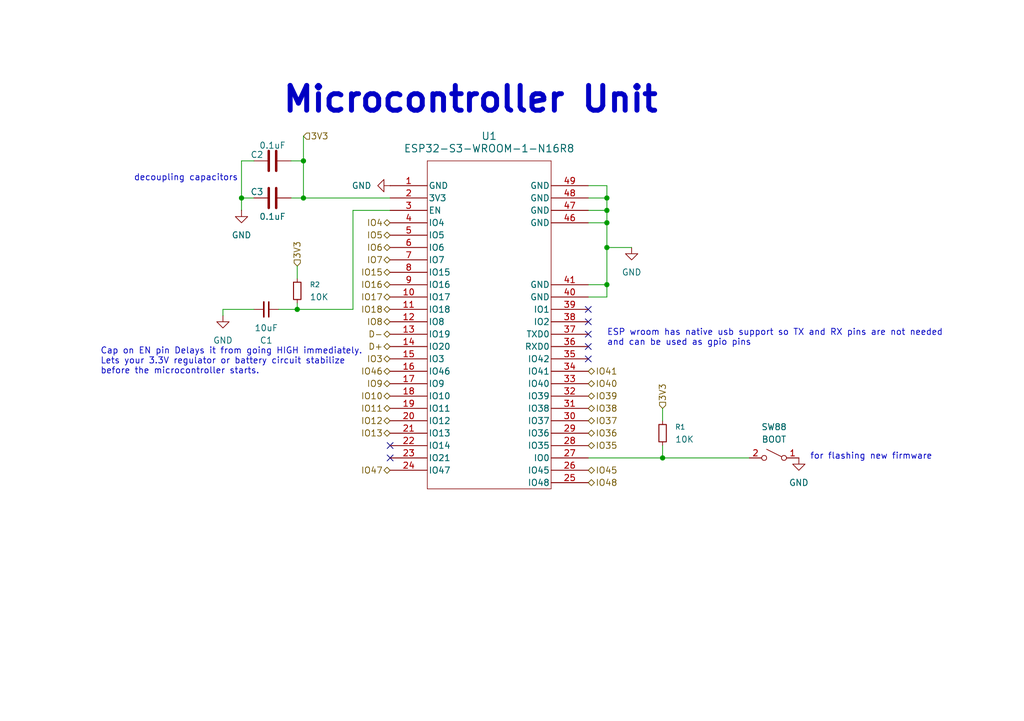
<source format=kicad_sch>
(kicad_sch (version 20250114) (generator "eeschema") (generator_version "9.0")
  (paper "A5")
  (title_block (title "Wireless Keyboard (ESP Wroom s3)"))
  (lib_symbols
    (symbol "Device:C" (pin_numbers (hide yes)) (pin_names (offset 0.254))
      (property "Reference" "C" (at 0.635 2.54 0))
      (property "Value" "C" (at 0.635 -2.54 0))
      (symbol "C_0_1"
        (polyline (pts (xy -2.032 0.762) (xy 2.032 0.762)) (stroke (width 0.508)))
        (polyline (pts (xy -2.032 -0.762) (xy 2.032 -0.762)) (stroke (width 0.508)))
      )
      (symbol "C_1_1"
        (pin passive line (at 0 3.81 270) (length 2.794) (name "~") (number "1"))
        (pin passive line (at 0 -3.81 90) (length 2.794) (name "~") (number "2"))
      )
    )
    (symbol "Device:C_Small" (pin_numbers (hide yes)) (pin_names (offset 0.254) (hide yes))
      (property "Reference" "C" (at 0.254 1.778 0))
      (property "Value" "C_Small" (at 0.254 -2.032 0))
      (symbol "C_Small_0_1"
        (polyline (pts (xy -1.524 0.508) (xy 1.524 0.508)) (stroke (width 0.3048)))
        (polyline (pts (xy -1.524 -0.508) (xy 1.524 -0.508)) (stroke (width 0.3302)))
      )
      (symbol "C_Small_1_1"
        (pin passive line (at 0 2.54 270) (length 2.032) (name "~") (number "1"))
        (pin passive line (at 0 -2.54 90) (length 2.032) (name "~") (number "2"))
      )
    )
    (symbol "Device:R_Small" (pin_numbers (hide yes)) (pin_names (offset 0.254) (hide yes))
      (property "Reference" "R" (at 0 0 90))
      (property "Value" "R_Small" (at 1.778 0 90))
      (symbol "R_Small_0_1"
        (rectangle (start -0.762 1.778) (end 0.762 -1.778) (stroke (width 0.2032)))
      )
      (symbol "R_Small_1_1"
        (pin passive line (at 0 2.54 270) (length 0.762) (name "~") (number "1"))
        (pin passive line (at 0 -2.54 90) (length 0.762) (name "~") (number "2"))
      )
    )
    (symbol "Switch:SW_SPST" (pin_names (offset 0) (hide yes))
      (property "Reference" "SW" (at 0 3.175 0))
      (property "Value" "SW_SPST" (at 0 -2.54 0))
      (symbol "SW_SPST_0_0"
        (circle (center -2.032 0) (radius 0.508))
        (polyline (pts (xy -1.524 0.254) (xy 1.524 1.778)))
        (circle (center 2.032 0) (radius 0.508))
      )
      (symbol "SW_SPST_1_1"
        (pin passive line (at -5.08 0 0) (length 2.54) (name "A") (number "1"))
        (pin passive line (at 5.08 0 180) (length 2.54) (name "B") (number "2"))
      )
    )
    (symbol "myLibrary:ESP32-S3-WROOM-1-N16R8" (pin_names (offset 0.254))
      (property "Reference" "U" (at 20.32 10.16 0))
      (property "Value" "ESP32-S3-WROOM-1-N16R8" (at 20.32 7.62 0))
      (symbol "ESP32-S3-WROOM-1-N16R8_0_1"
        (polyline (pts (xy 7.62 5.08) (xy 7.62 -62.23)) (stroke (width 0.127)))
        (polyline (pts (xy 7.62 -62.23) (xy 33.02 -62.23)) (stroke (width 0.127)))
        (polyline (pts (xy 33.02 5.08) (xy 7.62 5.08)) (stroke (width 0.127)))
        (polyline (pts (xy 33.02 -62.23) (xy 33.02 5.08)) (stroke (width 0.127)))
        (pin power_out line (at 0 0 0) (length 7.62) (name "GND") (number "1"))
        (pin power_in line (at 0 -2.54 0) (length 7.62) (name "3V3") (number "2"))
        (pin input line (at 0 -5.08 0) (length 7.62) (name "EN") (number "3"))
        (pin bidirectional line (at 0 -7.62 0) (length 7.62) (name "IO4") (number "4"))
        (pin bidirectional line (at 0 -10.16 0) (length 7.62) (name "IO5") (number "5"))
        (pin bidirectional line (at 0 -12.7 0) (length 7.62) (name "IO6") (number "6"))
        (pin bidirectional line (at 0 -15.24 0) (length 7.62) (name "IO7") (number "7"))
        (pin bidirectional line (at 0 -17.78 0) (length 7.62) (name "IO15") (number "8"))
        (pin bidirectional line (at 0 -20.32 0) (length 7.62) (name "IO16") (number "9"))
        (pin bidirectional line (at 0 -22.86 0) (length 7.62) (name "IO17") (number "10"))
        (pin bidirectional line (at 0 -25.4 0) (length 7.62) (name "IO18") (number "11"))
        (pin bidirectional line (at 0 -27.94 0) (length 7.62) (name "IO8") (number "12"))
        (pin bidirectional line (at 0 -30.48 0) (length 7.62) (name "IO19") (number "13"))
        (pin bidirectional line (at 0 -33.02 0) (length 7.62) (name "IO20") (number "14"))
        (pin bidirectional line (at 0 -35.56 0) (length 7.62) (name "IO3") (number "15"))
        (pin bidirectional line (at 0 -38.1 0) (length 7.62) (name "IO46") (number "16"))
        (pin bidirectional line (at 0 -40.64 0) (length 7.62) (name "IO9") (number "17"))
        (pin bidirectional line (at 0 -43.18 0) (length 7.62) (name "IO10") (number "18"))
        (pin bidirectional line (at 0 -45.72 0) (length 7.62) (name "IO11") (number "19"))
        (pin bidirectional line (at 0 -48.26 0) (length 7.62) (name "IO12") (number "20"))
        (pin bidirectional line (at 0 -50.8 0) (length 7.62) (name "IO13") (number "21"))
        (pin bidirectional line (at 0 -53.34 0) (length 7.62) (name "IO14") (number "22"))
        (pin bidirectional line (at 0 -55.88 0) (length 7.62) (name "IO21") (number "23"))
        (pin bidirectional line (at 0 -58.42 0) (length 7.62) (name "IO47") (number "24"))
        (pin power_out line (at 40.64 0 180) (length 7.62) (name "GND") (number "49"))
        (pin power_out line (at 40.64 -2.54 180) (length 7.62) (name "GND") (number "48"))
        (pin power_out line (at 40.64 -5.08 180) (length 7.62) (name "GND") (number "47"))
        (pin power_out line (at 40.64 -7.62 180) (length 7.62) (name "GND") (number "46"))
        (pin power_out line (at 40.64 -20.32 180) (length 7.62) (name "GND") (number "41"))
        (pin power_out line (at 40.64 -22.86 180) (length 7.62) (name "GND") (number "40"))
        (pin bidirectional line (at 40.64 -25.4 180) (length 7.62) (name "IO1") (number "39"))
        (pin bidirectional line (at 40.64 -27.94 180) (length 7.62) (name "IO2") (number "38"))
        (pin bidirectional line (at 40.64 -30.48 180) (length 7.62) (name "TXD0") (number "37"))
        (pin bidirectional line (at 40.64 -33.02 180) (length 7.62) (name "RXD0") (number "36"))
        (pin bidirectional line (at 40.64 -35.56 180) (length 7.62) (name "IO42") (number "35"))
        (pin bidirectional line (at 40.64 -38.1 180) (length 7.62) (name "IO41") (number "34"))
        (pin bidirectional line (at 40.64 -40.64 180) (length 7.62) (name "IO40") (number "33"))
        (pin bidirectional line (at 40.64 -43.18 180) (length 7.62) (name "IO39") (number "32"))
        (pin bidirectional line (at 40.64 -45.72 180) (length 7.62) (name "IO38") (number "31"))
        (pin bidirectional line (at 40.64 -48.26 180) (length 7.62) (name "IO37") (number "30"))
        (pin bidirectional line (at 40.64 -50.8 180) (length 7.62) (name "IO36") (number "29"))
        (pin bidirectional line (at 40.64 -53.34 180) (length 7.62) (name "IO35") (number "28"))
        (pin bidirectional line (at 40.64 -55.88 180) (length 7.62) (name "IO0") (number "27"))
        (pin bidirectional line (at 40.64 -58.42 180) (length 7.62) (name "IO45") (number "26"))
        (pin bidirectional line (at 40.64 -60.96 180) (length 7.62) (name "IO48") (number "25"))
      )
    )
    (symbol "power:GND" (power) (pin_numbers (hide yes)) (pin_names (offset 0) (hide yes))
      (property "Value" "GND" (at 0 -3.81 0))
      (symbol "GND_0_1"
        (polyline (pts (xy 0 0) (xy 0 -1.27) (xy 1.27 -1.27) (xy 0 -2.54) (xy -1.27 -1.27) (xy 0 -1.27)))
      )
      (symbol "GND_1_1"
        (pin power_in line (at 0 0 270) (length 0) (name "~") (number "1"))
      )
    )
  )
  (text "Cap on EN pin Delays it from going HIGH immediately.\nLets your 3.3V regulator or battery circuit stabilize \nbefore the microcontroller starts." (at 20.574 74.168 0) (effects (font (size 1.27 1.27)) (justify left)))
  (text "ESP wroom has native usb support so TX and RX pins are not needed \nand can be used as gpio pins" (at 124.46 69.342 0) (effects (font (size 1.27 1.27)) (justify left)))
  (text "for flashing new firmware" (at 166.116 93.726 0) (effects (font (size 1.27 1.27)) (justify left)))
  (text "decoupling capacitors" (at 27.432 36.576 0) (effects (font (size 1.27 1.27)) (justify left)))
  (text_box "Microcontroller Unit\n" (at 53.34 8.89 0) (size 86.36 22.86) (margins 0.9525 0.9525 0.9525 0.9525) (stroke (width -0.0001) (type dot)) (effects (font (size 5.08 5.08) (thickness 1.016) (bold yes))))
  (junction (at 135.89 93.98))
  (junction (at 124.46 45.72))
  (junction (at 124.46 40.64))
  (junction (at 49.53 40.64))
  (junction (at 62.23 40.64))
  (junction (at 124.46 58.42))
  (junction (at 62.23 33.02))
  (junction (at 60.96 63.5))
  (junction (at 124.46 43.18))
  (junction (at 124.46 50.8))
  (no_connect (at 120.65 66.04))
  (no_connect (at 120.65 71.12))
  (no_connect (at 120.65 63.5))
  (no_connect (at 80.01 91.44))
  (no_connect (at 120.65 68.58))
  (no_connect (at 120.65 73.66))
  (no_connect (at 80.01 93.98))
  (wire (pts (xy 60.96 63.5) (xy 60.96 62.23)))
  (wire (pts (xy 45.72 63.5) (xy 52.07 63.5)))
  (wire (pts (xy 135.89 93.98) (xy 153.67 93.98)))
  (wire (pts (xy 49.53 40.64) (xy 52.07 40.64)))
  (wire (pts (xy 124.46 45.72) (xy 124.46 50.8)))
  (wire (pts (xy 135.89 93.98) (xy 135.89 91.44)))
  (wire (pts (xy 124.46 40.64) (xy 124.46 43.18)))
  (wire (pts (xy 62.23 33.02) (xy 59.69 33.02)))
  (wire (pts (xy 120.65 58.42) (xy 124.46 58.42)))
  (wire (pts (xy 80.01 40.64) (xy 62.23 40.64)))
  (wire (pts (xy 49.53 43.18) (xy 49.53 40.64)))
  (wire (pts (xy 72.39 63.5) (xy 72.39 43.18)))
  (wire (pts (xy 49.53 33.02) (xy 49.53 40.64)))
  (wire (pts (xy 124.46 38.1) (xy 120.65 38.1)))
  (wire (pts (xy 135.89 83.82) (xy 135.89 86.36)))
  (wire (pts (xy 124.46 43.18) (xy 120.65 43.18)))
  (wire (pts (xy 129.54 50.8) (xy 124.46 50.8)))
  (wire (pts (xy 124.46 40.64) (xy 124.46 38.1)))
  (wire (pts (xy 124.46 58.42) (xy 124.46 60.96)))
  (wire (pts (xy 62.23 40.64) (xy 59.69 40.64)))
  (wire (pts (xy 62.23 33.02) (xy 62.23 40.64)))
  (wire (pts (xy 57.15 63.5) (xy 60.96 63.5)))
  (wire (pts (xy 60.96 54.61) (xy 60.96 57.15)))
  (wire (pts (xy 60.96 63.5) (xy 72.39 63.5)))
  (wire (pts (xy 124.46 43.18) (xy 124.46 45.72)))
  (wire (pts (xy 72.39 43.18) (xy 80.01 43.18)))
  (wire (pts (xy 120.65 40.64) (xy 124.46 40.64)))
  (wire (pts (xy 120.65 93.98) (xy 135.89 93.98)))
  (wire (pts (xy 120.65 45.72) (xy 124.46 45.72)))
  (wire (pts (xy 49.53 33.02) (xy 52.07 33.02)))
  (wire (pts (xy 124.46 50.8) (xy 124.46 58.42)))
  (wire (pts (xy 45.72 64.77) (xy 45.72 63.5)))
  (wire (pts (xy 124.46 60.96) (xy 120.65 60.96)))
  (wire (pts (xy 62.23 27.94) (xy 62.23 33.02)))
  (hierarchical_label "IO13" (shape bidirectional) (at 80.01 88.9 180))
  (hierarchical_label "IO16" (shape bidirectional) (at 80.01 58.42 180))
  (hierarchical_label "IO6" (shape bidirectional) (at 80.01 50.8 180))
  (hierarchical_label "D-" (shape bidirectional) (at 80.01 68.58 180))
  (hierarchical_label "IO40" (shape bidirectional) (at 120.65 78.74 0))
  (hierarchical_label "IO38" (shape bidirectional) (at 120.65 83.82 0))
  (hierarchical_label "IO37" (shape bidirectional) (at 120.65 86.36 0))
  (hierarchical_label "D+" (shape bidirectional) (at 80.01 71.12 180))
  (hierarchical_label "IO4" (shape bidirectional) (at 80.01 45.72 180))
  (hierarchical_label "IO12" (shape bidirectional) (at 80.01 86.36 180))
  (hierarchical_label "IO9" (shape bidirectional) (at 80.01 78.74 180))
  (hierarchical_label "IO35" (shape bidirectional) (at 120.65 91.44 0))
  (hierarchical_label "IO10" (shape bidirectional) (at 80.01 81.28 180))
  (hierarchical_label "IO17" (shape bidirectional) (at 80.01 60.96 180))
  (hierarchical_label "3V3" (shape input) (at 60.96 54.61 90))
  (hierarchical_label "IO48" (shape bidirectional) (at 120.65 99.06 0))
  (hierarchical_label "IO47" (shape bidirectional) (at 80.01 96.52 180))
  (hierarchical_label "IO41" (shape bidirectional) (at 120.65 76.2 0))
  (hierarchical_label "IO8" (shape bidirectional) (at 80.01 66.04 180))
  (hierarchical_label "3V3" (shape input) (at 135.89 83.82 90))
  (hierarchical_label "IO39" (shape bidirectional) (at 120.65 81.28 0))
  (hierarchical_label "IO11" (shape bidirectional) (at 80.01 83.82 180))
  (hierarchical_label "IO15" (shape bidirectional) (at 80.01 55.88 180))
  (hierarchical_label "IO36" (shape bidirectional) (at 120.65 88.9 0))
  (hierarchical_label "IO18" (shape bidirectional) (at 80.01 63.5 180))
  (hierarchical_label "IO45" (shape bidirectional) (at 120.65 96.52 0))
  (hierarchical_label "IO3" (shape bidirectional) (at 80.01 73.66 180))
  (hierarchical_label "3V3" (shape input) (at 62.23 27.94 0))
  (hierarchical_label "IO7" (shape bidirectional) (at 80.01 53.34 180))
  (hierarchical_label "IO5" (shape bidirectional) (at 80.01 48.26 180))
  (hierarchical_label "IO46" (shape bidirectional) (at 80.01 76.2 180))
  (symbol (lib_id "myLibrary:ESP32-S3-WROOM-1-N16R8") (at 80.01 38.1 0) (unit 1)
    (property "Reference" "U1" (at 100.33 27.94 0) (effects (font (size 1.524 1.524))))
    (property "Value" "ESP32-S3-WROOM-1-N16R8" (at 100.33 30.48 0) (effects (font (size 1.524 1.524))))
    (property "Footprint" "myLibrary:ESP32-S3-WROOM-1_EXP" (effects (hide yes)))
    (property "Datasheet" "ESP32-S3-WROOM-1-N16R8" (effects (hide yes)))
  )
  (symbol (lib_id "power:GND") (at 45.72 64.77 0) (unit 1)
    (property "Reference" "#PWR06" (effects (hide yes)))
    (property "Value" "GND" (at 45.72 69.85 0))
    (property "Description" "Power symbol creates a global label with name \"GND\" , ground" (effects (hide yes)))
  )
  (symbol (lib_id "Device:C") (at 55.88 33.02 270) (unit 1)
    (property "Reference" "C2" (at 52.705 31.75 90))
    (property "Value" "0.1uF" (at 55.88 29.845 90))
    (property "Footprint" "Capacitor_SMD:C_0603_1608Metric" (effects (hide yes)))
  )
  (symbol (lib_id "Device:C_Small") (at 54.61 63.5 270) (mirror x) (unit 1)
    (property "Reference" "C1" (at 54.6036 69.85 90))
    (property "Value" "10uF" (at 54.6036 67.31 90))
    (property "Footprint" "Capacitor_SMD:C_0603_1608Metric" (effects (hide yes)))
    (property "Description" "Unpolarized capacitor, small symbol" (effects (hide yes)))
  )
  (symbol (lib_id "Switch:SW_SPST") (at 158.75 93.98 0) (mirror y) (unit 1)
    (property "Reference" "SW88" (at 158.75 87.63 0))
    (property "Value" "BOOT" (at 158.75 90.17 0))
    (property "Footprint" "Button_Switch_SMD:SW_SPST_PTS645" (effects (hide yes)))
    (property "Description" "Single Pole Single Throw (SPST) switch" (effects (hide yes)))
  )
  (symbol (lib_id "power:GND") (at 129.54 50.8 0) (unit 1)
    (property "Reference" "#PWR04" (effects (hide yes)))
    (property "Value" "GND" (at 129.54 55.88 0))
    (property "Description" "Power symbol creates a global label with name \"GND\" , ground" (effects (hide yes)))
  )
  (symbol (lib_id "power:GND") (at 49.53 43.18 0) (unit 1)
    (property "Reference" "#PWR05" (effects (hide yes)))
    (property "Value" "GND" (at 49.53 48.26 0))
    (property "Description" "Power symbol creates a global label with name \"GND\" , ground" (effects (hide yes)))
  )
  (symbol (lib_id "Device:R_Small") (at 60.96 59.69 0) (unit 1)
    (property "Reference" "R2" (at 63.5 58.4199 0) (effects (font (size 1.016 1.016)) (justify left)))
    (property "Value" "10K" (at 63.5 60.9599 0) (effects (justify left)))
    (property "Footprint" "Resistor_SMD:R_0603_1608Metric" (effects (hide yes)))
    (property "Description" "Resistor, small symbol" (effects (hide yes)))
  )
  (symbol (lib_id "power:GND") (at 80.01 38.1 270) (unit 1)
    (property "Reference" "#PWR015" (effects (hide yes)))
    (property "Value" "GND" (at 76.2 38.0999 90) (effects (justify right)))
    (property "Description" "Power symbol creates a global label with name \"GND\" , ground" (effects (hide yes)))
  )
  (symbol (lib_id "Device:R_Small") (at 135.89 88.9 0) (unit 1)
    (property "Reference" "R1" (at 138.43 87.6299 0) (effects (font (size 1.016 1.016)) (justify left)))
    (property "Value" "10K" (at 138.43 90.1699 0) (effects (justify left)))
    (property "Footprint" "Resistor_SMD:R_0603_1608Metric" (effects (hide yes)))
    (property "Description" "Resistor, small symbol" (effects (hide yes)))
  )
  (symbol (lib_id "Device:C") (at 55.88 40.64 270) (unit 1)
    (property "Reference" "C3" (at 52.705 39.37 90))
    (property "Value" "0.1uF" (at 55.88 44.45 90))
    (property "Footprint" "Capacitor_SMD:C_0603_1608Metric" (effects (hide yes)))
  )
  (symbol (lib_id "power:GND") (at 163.83 93.98 0) (unit 1)
    (property "Reference" "#PWR01" (effects (hide yes)))
    (property "Value" "GND" (at 163.83 99.06 0))
    (property "Description" "Power symbol creates a global label with name \"GND\" , ground" (effects (hide yes)))
  )
)
</source>
